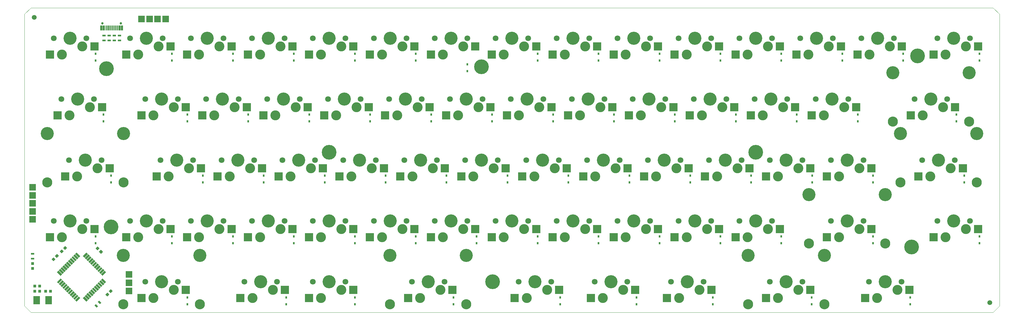
<source format=gbr>
%TF.GenerationSoftware,KiCad,Pcbnew,(5.1.4)-1*%
%TF.CreationDate,2020-07-12T16:14:56+02:00*%
%TF.ProjectId,zedekiel,7a656465-6b69-4656-9c2e-6b696361645f,rev?*%
%TF.SameCoordinates,Original*%
%TF.FileFunction,Soldermask,Bot*%
%TF.FilePolarity,Negative*%
%FSLAX46Y46*%
G04 Gerber Fmt 4.6, Leading zero omitted, Abs format (unit mm)*
G04 Created by KiCad (PCBNEW (5.1.4)-1) date 2020-07-12 16:14:56*
%MOMM*%
%LPD*%
G04 APERTURE LIST*
%ADD10C,0.050000*%
%ADD11C,1.500000*%
%ADD12R,2.650000X2.600000*%
%ADD13C,1.801800*%
%ADD14C,4.087800*%
%ADD15C,3.100000*%
%ADD16C,4.600000*%
%ADD17C,3.148000*%
%ADD18C,0.750000*%
%ADD19R,0.400000X1.550000*%
%ADD20R,0.700000X1.550000*%
%ADD21R,2.100000X2.500000*%
%ADD22R,0.900000X0.850000*%
%ADD23R,0.850000X0.900000*%
%ADD24C,0.850000*%
%ADD25C,0.100000*%
%ADD26R,0.550000X0.700000*%
%ADD27R,1.000000X0.600000*%
%ADD28C,0.600000*%
%ADD29C,0.650000*%
%ADD30R,2.100000X2.100000*%
G04 APERTURE END LIST*
D10*
X20400000Y-113400000D02*
X20400000Y-22400000D01*
X22400000Y-115400000D02*
X20400000Y-113400000D01*
X322400000Y-115400000D02*
X22400000Y-115400000D01*
X324400000Y-113400000D02*
X322400000Y-115400000D01*
X324400000Y-22400000D02*
X324400000Y-113400000D01*
X322400000Y-20400000D02*
X324400000Y-22400000D01*
X22400000Y-20400000D02*
X322400000Y-20400000D01*
X20400000Y-22400000D02*
X22400000Y-20400000D01*
D11*
%TO.C,REF\002A\002A*%
X321400000Y-112400000D03*
%TD*%
%TO.C,REF\002A\002A*%
X23400000Y-23400000D03*
%TD*%
D12*
%TO.C,K66*%
X317710000Y-32440000D03*
D13*
X315230000Y-29900000D03*
X305070000Y-29900000D03*
D14*
X310150000Y-29900000D03*
D15*
X313960000Y-32440000D03*
X307610000Y-34980000D03*
D12*
X303860000Y-34980000D03*
%TD*%
%TO.C,K28*%
X310585000Y-51440000D03*
D13*
X308105000Y-48900000D03*
X297945000Y-48900000D03*
D14*
X303025000Y-48900000D03*
D15*
X306835000Y-51440000D03*
X300485000Y-53980000D03*
D12*
X296735000Y-53980000D03*
%TD*%
%TO.C,K42*%
X312960000Y-70440000D03*
D13*
X310480000Y-67900000D03*
X300320000Y-67900000D03*
D14*
X305400000Y-67900000D03*
D15*
X309210000Y-70440000D03*
X302860000Y-72980000D03*
D12*
X299110000Y-72980000D03*
%TD*%
%TO.C,K56*%
X317710000Y-89440000D03*
D13*
X315230000Y-86900000D03*
X305070000Y-86900000D03*
D14*
X310150000Y-86900000D03*
D15*
X313960000Y-89440000D03*
X307610000Y-91980000D03*
D12*
X303860000Y-91980000D03*
%TD*%
%TO.C,K55*%
X284460000Y-89440000D03*
D13*
X281980000Y-86900000D03*
X271820000Y-86900000D03*
D14*
X276900000Y-86900000D03*
D15*
X280710000Y-89440000D03*
X274360000Y-91980000D03*
D12*
X270610000Y-91980000D03*
%TD*%
%TO.C,K65*%
X282485000Y-110980000D03*
D15*
X286235000Y-110980000D03*
X292585000Y-108440000D03*
D14*
X288775000Y-105900000D03*
D13*
X283695000Y-105900000D03*
X293855000Y-105900000D03*
D12*
X296335000Y-108440000D03*
%TD*%
%TO.C,K64*%
X265460000Y-108440000D03*
D13*
X262980000Y-105900000D03*
X252820000Y-105900000D03*
D14*
X257900000Y-105900000D03*
D15*
X261710000Y-108440000D03*
X255360000Y-110980000D03*
D12*
X251610000Y-110980000D03*
%TD*%
%TO.C,K63*%
X220735000Y-110980000D03*
D15*
X224485000Y-110980000D03*
X230835000Y-108440000D03*
D14*
X227025000Y-105900000D03*
D13*
X221945000Y-105900000D03*
X232105000Y-105900000D03*
D12*
X234585000Y-108440000D03*
%TD*%
%TO.C,K62*%
X196985000Y-110980000D03*
D15*
X200735000Y-110980000D03*
X207085000Y-108440000D03*
D14*
X203275000Y-105900000D03*
D13*
X198195000Y-105900000D03*
X208355000Y-105900000D03*
D12*
X210835000Y-108440000D03*
%TD*%
%TO.C,K61*%
X173235000Y-110980000D03*
D15*
X176985000Y-110980000D03*
X183335000Y-108440000D03*
D14*
X179525000Y-105900000D03*
D13*
X174445000Y-105900000D03*
X184605000Y-105900000D03*
D12*
X187085000Y-108440000D03*
%TD*%
%TO.C,K60*%
X153835000Y-108440000D03*
D13*
X151355000Y-105900000D03*
X141195000Y-105900000D03*
D14*
X146275000Y-105900000D03*
D15*
X150085000Y-108440000D03*
X143735000Y-110980000D03*
D12*
X139985000Y-110980000D03*
%TD*%
%TO.C,K58*%
X87735000Y-110980000D03*
D15*
X91485000Y-110980000D03*
X97835000Y-108440000D03*
D14*
X94025000Y-105900000D03*
D13*
X88945000Y-105900000D03*
X99105000Y-105900000D03*
D12*
X101585000Y-108440000D03*
%TD*%
%TO.C,K57*%
X70710000Y-108440000D03*
D13*
X68230000Y-105900000D03*
X58070000Y-105900000D03*
D14*
X63150000Y-105900000D03*
D15*
X66960000Y-108440000D03*
X60610000Y-110980000D03*
D12*
X56860000Y-110980000D03*
%TD*%
%TO.C,K43*%
X42210000Y-89440000D03*
D13*
X39730000Y-86900000D03*
X29570000Y-86900000D03*
D14*
X34650000Y-86900000D03*
D15*
X38460000Y-89440000D03*
X32110000Y-91980000D03*
D12*
X28360000Y-91980000D03*
%TD*%
%TO.C,K29*%
X46960000Y-70440000D03*
D13*
X44480000Y-67900000D03*
X34320000Y-67900000D03*
D14*
X39400000Y-67900000D03*
D15*
X43210000Y-70440000D03*
X36860000Y-72980000D03*
D12*
X33110000Y-72980000D03*
%TD*%
%TO.C,K15*%
X44585000Y-51440000D03*
D13*
X42105000Y-48900000D03*
X31945000Y-48900000D03*
D14*
X37025000Y-48900000D03*
D15*
X40835000Y-51440000D03*
X34485000Y-53980000D03*
D12*
X30735000Y-53980000D03*
%TD*%
%TO.C,K1*%
X42210000Y-32440000D03*
D13*
X39730000Y-29900000D03*
X29570000Y-29900000D03*
D14*
X34650000Y-29900000D03*
D15*
X38460000Y-32440000D03*
X32110000Y-34980000D03*
D12*
X28360000Y-34980000D03*
%TD*%
%TO.C,K40*%
X251610000Y-72980000D03*
D15*
X255360000Y-72980000D03*
X261710000Y-70440000D03*
D14*
X257900000Y-67900000D03*
D13*
X252820000Y-67900000D03*
X262980000Y-67900000D03*
D12*
X265460000Y-70440000D03*
%TD*%
%TO.C,K47*%
X109110000Y-91980000D03*
D15*
X112860000Y-91980000D03*
X119210000Y-89440000D03*
D14*
X115400000Y-86900000D03*
D13*
X110320000Y-86900000D03*
X120480000Y-86900000D03*
D12*
X122960000Y-89440000D03*
%TD*%
%TO.C,K37*%
X194610000Y-72980000D03*
D15*
X198360000Y-72980000D03*
X204710000Y-70440000D03*
D14*
X200900000Y-67900000D03*
D13*
X195820000Y-67900000D03*
X205980000Y-67900000D03*
D12*
X208460000Y-70440000D03*
%TD*%
%TO.C,K34*%
X137610000Y-72980000D03*
D15*
X141360000Y-72980000D03*
X147710000Y-70440000D03*
D14*
X143900000Y-67900000D03*
D13*
X138820000Y-67900000D03*
X148980000Y-67900000D03*
D12*
X151460000Y-70440000D03*
%TD*%
%TO.C,K32*%
X99610000Y-72980000D03*
D15*
X103360000Y-72980000D03*
X109710000Y-70440000D03*
D14*
X105900000Y-67900000D03*
D13*
X100820000Y-67900000D03*
X110980000Y-67900000D03*
D12*
X113460000Y-70440000D03*
%TD*%
%TO.C,K31*%
X80610000Y-72980000D03*
D15*
X84360000Y-72980000D03*
X90710000Y-70440000D03*
D14*
X86900000Y-67900000D03*
D13*
X81820000Y-67900000D03*
X91980000Y-67900000D03*
D12*
X94460000Y-70440000D03*
%TD*%
%TO.C,K59*%
X109110000Y-110980000D03*
D15*
X112860000Y-110980000D03*
X119210000Y-108440000D03*
D14*
X115400000Y-105900000D03*
D13*
X110320000Y-105900000D03*
X120480000Y-105900000D03*
D12*
X122960000Y-108440000D03*
%TD*%
%TO.C,K54*%
X242110000Y-91980000D03*
D15*
X245860000Y-91980000D03*
X252210000Y-89440000D03*
D14*
X248400000Y-86900000D03*
D13*
X243320000Y-86900000D03*
X253480000Y-86900000D03*
D12*
X255960000Y-89440000D03*
%TD*%
%TO.C,K53*%
X223110000Y-91980000D03*
D15*
X226860000Y-91980000D03*
X233210000Y-89440000D03*
D14*
X229400000Y-86900000D03*
D13*
X224320000Y-86900000D03*
X234480000Y-86900000D03*
D12*
X236960000Y-89440000D03*
%TD*%
%TO.C,K52*%
X204110000Y-91980000D03*
D15*
X207860000Y-91980000D03*
X214210000Y-89440000D03*
D14*
X210400000Y-86900000D03*
D13*
X205320000Y-86900000D03*
X215480000Y-86900000D03*
D12*
X217960000Y-89440000D03*
%TD*%
%TO.C,K51*%
X185110000Y-91980000D03*
D15*
X188860000Y-91980000D03*
X195210000Y-89440000D03*
D14*
X191400000Y-86900000D03*
D13*
X186320000Y-86900000D03*
X196480000Y-86900000D03*
D12*
X198960000Y-89440000D03*
%TD*%
%TO.C,K50*%
X166110000Y-91980000D03*
D15*
X169860000Y-91980000D03*
X176210000Y-89440000D03*
D14*
X172400000Y-86900000D03*
D13*
X167320000Y-86900000D03*
X177480000Y-86900000D03*
D12*
X179960000Y-89440000D03*
%TD*%
%TO.C,K49*%
X147110000Y-91980000D03*
D15*
X150860000Y-91980000D03*
X157210000Y-89440000D03*
D14*
X153400000Y-86900000D03*
D13*
X148320000Y-86900000D03*
X158480000Y-86900000D03*
D12*
X160960000Y-89440000D03*
%TD*%
%TO.C,K48*%
X128110000Y-91980000D03*
D15*
X131860000Y-91980000D03*
X138210000Y-89440000D03*
D14*
X134400000Y-86900000D03*
D13*
X129320000Y-86900000D03*
X139480000Y-86900000D03*
D12*
X141960000Y-89440000D03*
%TD*%
%TO.C,K46*%
X90110000Y-91980000D03*
D15*
X93860000Y-91980000D03*
X100210000Y-89440000D03*
D14*
X96400000Y-86900000D03*
D13*
X91320000Y-86900000D03*
X101480000Y-86900000D03*
D12*
X103960000Y-89440000D03*
%TD*%
%TO.C,K45*%
X71110000Y-91980000D03*
D15*
X74860000Y-91980000D03*
X81210000Y-89440000D03*
D14*
X77400000Y-86900000D03*
D13*
X72320000Y-86900000D03*
X82480000Y-86900000D03*
D12*
X84960000Y-89440000D03*
%TD*%
%TO.C,K44*%
X52110000Y-91980000D03*
D15*
X55860000Y-91980000D03*
X62210000Y-89440000D03*
D14*
X58400000Y-86900000D03*
D13*
X53320000Y-86900000D03*
X63480000Y-86900000D03*
D12*
X65960000Y-89440000D03*
%TD*%
%TO.C,K41*%
X270610000Y-72980000D03*
D15*
X274360000Y-72980000D03*
X280710000Y-70440000D03*
D14*
X276900000Y-67900000D03*
D13*
X271820000Y-67900000D03*
X281980000Y-67900000D03*
D12*
X284460000Y-70440000D03*
%TD*%
%TO.C,K39*%
X232610000Y-72980000D03*
D15*
X236360000Y-72980000D03*
X242710000Y-70440000D03*
D14*
X238900000Y-67900000D03*
D13*
X233820000Y-67900000D03*
X243980000Y-67900000D03*
D12*
X246460000Y-70440000D03*
%TD*%
%TO.C,K38*%
X213610000Y-72980000D03*
D15*
X217360000Y-72980000D03*
X223710000Y-70440000D03*
D14*
X219900000Y-67900000D03*
D13*
X214820000Y-67900000D03*
X224980000Y-67900000D03*
D12*
X227460000Y-70440000D03*
%TD*%
%TO.C,K36*%
X175610000Y-72980000D03*
D15*
X179360000Y-72980000D03*
X185710000Y-70440000D03*
D14*
X181900000Y-67900000D03*
D13*
X176820000Y-67900000D03*
X186980000Y-67900000D03*
D12*
X189460000Y-70440000D03*
%TD*%
%TO.C,K35*%
X156610000Y-72980000D03*
D15*
X160360000Y-72980000D03*
X166710000Y-70440000D03*
D14*
X162900000Y-67900000D03*
D13*
X157820000Y-67900000D03*
X167980000Y-67900000D03*
D12*
X170460000Y-70440000D03*
%TD*%
%TO.C,K33*%
X118610000Y-72980000D03*
D15*
X122360000Y-72980000D03*
X128710000Y-70440000D03*
D14*
X124900000Y-67900000D03*
D13*
X119820000Y-67900000D03*
X129980000Y-67900000D03*
D12*
X132460000Y-70440000D03*
%TD*%
%TO.C,K30*%
X61610000Y-72980000D03*
D15*
X65360000Y-72980000D03*
X71710000Y-70440000D03*
D14*
X67900000Y-67900000D03*
D13*
X62820000Y-67900000D03*
X72980000Y-67900000D03*
D12*
X75460000Y-70440000D03*
%TD*%
%TO.C,K27*%
X265860000Y-53980000D03*
D15*
X269610000Y-53980000D03*
X275960000Y-51440000D03*
D14*
X272150000Y-48900000D03*
D13*
X267070000Y-48900000D03*
X277230000Y-48900000D03*
D12*
X279710000Y-51440000D03*
%TD*%
%TO.C,K26*%
X246860000Y-53980000D03*
D15*
X250610000Y-53980000D03*
X256960000Y-51440000D03*
D14*
X253150000Y-48900000D03*
D13*
X248070000Y-48900000D03*
X258230000Y-48900000D03*
D12*
X260710000Y-51440000D03*
%TD*%
%TO.C,K25*%
X227860000Y-53980000D03*
D15*
X231610000Y-53980000D03*
X237960000Y-51440000D03*
D14*
X234150000Y-48900000D03*
D13*
X229070000Y-48900000D03*
X239230000Y-48900000D03*
D12*
X241710000Y-51440000D03*
%TD*%
%TO.C,K24*%
X208860000Y-53980000D03*
D15*
X212610000Y-53980000D03*
X218960000Y-51440000D03*
D14*
X215150000Y-48900000D03*
D13*
X210070000Y-48900000D03*
X220230000Y-48900000D03*
D12*
X222710000Y-51440000D03*
%TD*%
%TO.C,K23*%
X189860000Y-53980000D03*
D15*
X193610000Y-53980000D03*
X199960000Y-51440000D03*
D14*
X196150000Y-48900000D03*
D13*
X191070000Y-48900000D03*
X201230000Y-48900000D03*
D12*
X203710000Y-51440000D03*
%TD*%
%TO.C,K22*%
X170860000Y-53980000D03*
D15*
X174610000Y-53980000D03*
X180960000Y-51440000D03*
D14*
X177150000Y-48900000D03*
D13*
X172070000Y-48900000D03*
X182230000Y-48900000D03*
D12*
X184710000Y-51440000D03*
%TD*%
%TO.C,K21*%
X151860000Y-53980000D03*
D15*
X155610000Y-53980000D03*
X161960000Y-51440000D03*
D14*
X158150000Y-48900000D03*
D13*
X153070000Y-48900000D03*
X163230000Y-48900000D03*
D12*
X165710000Y-51440000D03*
%TD*%
%TO.C,K20*%
X132860000Y-53980000D03*
D15*
X136610000Y-53980000D03*
X142960000Y-51440000D03*
D14*
X139150000Y-48900000D03*
D13*
X134070000Y-48900000D03*
X144230000Y-48900000D03*
D12*
X146710000Y-51440000D03*
%TD*%
%TO.C,K19*%
X113860000Y-53980000D03*
D15*
X117610000Y-53980000D03*
X123960000Y-51440000D03*
D14*
X120150000Y-48900000D03*
D13*
X115070000Y-48900000D03*
X125230000Y-48900000D03*
D12*
X127710000Y-51440000D03*
%TD*%
%TO.C,K18*%
X94860000Y-53980000D03*
D15*
X98610000Y-53980000D03*
X104960000Y-51440000D03*
D14*
X101150000Y-48900000D03*
D13*
X96070000Y-48900000D03*
X106230000Y-48900000D03*
D12*
X108710000Y-51440000D03*
%TD*%
%TO.C,K17*%
X75860000Y-53980000D03*
D15*
X79610000Y-53980000D03*
X85960000Y-51440000D03*
D14*
X82150000Y-48900000D03*
D13*
X77070000Y-48900000D03*
X87230000Y-48900000D03*
D12*
X89710000Y-51440000D03*
%TD*%
%TO.C,K16*%
X56860000Y-53980000D03*
D15*
X60610000Y-53980000D03*
X66960000Y-51440000D03*
D14*
X63150000Y-48900000D03*
D13*
X58070000Y-48900000D03*
X68230000Y-48900000D03*
D12*
X70710000Y-51440000D03*
%TD*%
%TO.C,K14*%
X280110000Y-34980000D03*
D15*
X283860000Y-34980000D03*
X290210000Y-32440000D03*
D14*
X286400000Y-29900000D03*
D13*
X281320000Y-29900000D03*
X291480000Y-29900000D03*
D12*
X293960000Y-32440000D03*
%TD*%
%TO.C,K13*%
X261110000Y-34980000D03*
D15*
X264860000Y-34980000D03*
X271210000Y-32440000D03*
D14*
X267400000Y-29900000D03*
D13*
X262320000Y-29900000D03*
X272480000Y-29900000D03*
D12*
X274960000Y-32440000D03*
%TD*%
%TO.C,K12*%
X242110000Y-34980000D03*
D15*
X245860000Y-34980000D03*
X252210000Y-32440000D03*
D14*
X248400000Y-29900000D03*
D13*
X243320000Y-29900000D03*
X253480000Y-29900000D03*
D12*
X255960000Y-32440000D03*
%TD*%
%TO.C,K11*%
X223110000Y-34980000D03*
D15*
X226860000Y-34980000D03*
X233210000Y-32440000D03*
D14*
X229400000Y-29900000D03*
D13*
X224320000Y-29900000D03*
X234480000Y-29900000D03*
D12*
X236960000Y-32440000D03*
%TD*%
%TO.C,K10*%
X204110000Y-34980000D03*
D15*
X207860000Y-34980000D03*
X214210000Y-32440000D03*
D14*
X210400000Y-29900000D03*
D13*
X205320000Y-29900000D03*
X215480000Y-29900000D03*
D12*
X217960000Y-32440000D03*
%TD*%
%TO.C,K9*%
X185110000Y-34980000D03*
D15*
X188860000Y-34980000D03*
X195210000Y-32440000D03*
D14*
X191400000Y-29900000D03*
D13*
X186320000Y-29900000D03*
X196480000Y-29900000D03*
D12*
X198960000Y-32440000D03*
%TD*%
%TO.C,K8*%
X166110000Y-34980000D03*
D15*
X169860000Y-34980000D03*
X176210000Y-32440000D03*
D14*
X172400000Y-29900000D03*
D13*
X167320000Y-29900000D03*
X177480000Y-29900000D03*
D12*
X179960000Y-32440000D03*
%TD*%
%TO.C,K7*%
X147110000Y-34980000D03*
D15*
X150860000Y-34980000D03*
X157210000Y-32440000D03*
D14*
X153400000Y-29900000D03*
D13*
X148320000Y-29900000D03*
X158480000Y-29900000D03*
D12*
X160960000Y-32440000D03*
%TD*%
%TO.C,K6*%
X128110000Y-34980000D03*
D15*
X131860000Y-34980000D03*
X138210000Y-32440000D03*
D14*
X134400000Y-29900000D03*
D13*
X129320000Y-29900000D03*
X139480000Y-29900000D03*
D12*
X141960000Y-32440000D03*
%TD*%
%TO.C,K5*%
X109110000Y-34980000D03*
D15*
X112860000Y-34980000D03*
X119210000Y-32440000D03*
D14*
X115400000Y-29900000D03*
D13*
X110320000Y-29900000D03*
X120480000Y-29900000D03*
D12*
X122960000Y-32440000D03*
%TD*%
%TO.C,K4*%
X90110000Y-34980000D03*
D15*
X93860000Y-34980000D03*
X100210000Y-32440000D03*
D14*
X96400000Y-29900000D03*
D13*
X91320000Y-29900000D03*
X101480000Y-29900000D03*
D12*
X103960000Y-32440000D03*
%TD*%
%TO.C,K3*%
X71110000Y-34980000D03*
D15*
X74860000Y-34980000D03*
X81210000Y-32440000D03*
D14*
X77400000Y-29900000D03*
D13*
X72320000Y-29900000D03*
X82480000Y-29900000D03*
D12*
X84960000Y-32440000D03*
%TD*%
%TO.C,K2*%
X52110000Y-34980000D03*
D15*
X55860000Y-34980000D03*
X62210000Y-32440000D03*
D14*
X58400000Y-29900000D03*
D13*
X53320000Y-29900000D03*
X63480000Y-29900000D03*
D12*
X65960000Y-32440000D03*
%TD*%
D16*
%TO.C,REF\002A\002A*%
X297000000Y-95000000D03*
%TD*%
%TO.C,REF\002A\002A*%
X166400000Y-105900000D03*
%TD*%
%TO.C,REF\002A\002A*%
X248400000Y-65500000D03*
%TD*%
%TO.C,REF\002A\002A*%
X115400000Y-65500000D03*
%TD*%
%TO.C,REF\002A\002A*%
X47400000Y-88800000D03*
%TD*%
%TO.C,REF\002A\002A*%
X298900000Y-35400000D03*
%TD*%
%TO.C,REF\002A\002A*%
X162900000Y-38800000D03*
%TD*%
%TO.C,REF\002A\002A*%
X46000000Y-39400000D03*
%TD*%
D17*
%TO.C,REF\002A\002A*%
X51300000Y-74885000D03*
X27500000Y-74885000D03*
D14*
X51300000Y-59645000D03*
X27500000Y-59645000D03*
%TD*%
D17*
%TO.C,REF\002A\002A*%
X314925000Y-55885000D03*
X291125000Y-55885000D03*
D14*
X314925000Y-40645000D03*
X291125000Y-40645000D03*
%TD*%
D17*
%TO.C,REF\002A\002A*%
X317300000Y-74885000D03*
X293500000Y-74885000D03*
D14*
X317300000Y-59645000D03*
X293500000Y-59645000D03*
%TD*%
D17*
%TO.C,REF\002A\002A*%
X288800000Y-93885000D03*
X265000000Y-93885000D03*
D14*
X288800000Y-78645000D03*
X265000000Y-78645000D03*
%TD*%
D17*
%TO.C,REF\002A\002A*%
X269800000Y-112885000D03*
X246000000Y-112885000D03*
D14*
X269800000Y-97645000D03*
X246000000Y-97645000D03*
%TD*%
D17*
%TO.C,REF\002A\002A*%
X158175000Y-112885000D03*
X134375000Y-112885000D03*
D14*
X158175000Y-97645000D03*
X134375000Y-97645000D03*
%TD*%
D17*
%TO.C,REF\002A\002A*%
X75050000Y-112885000D03*
X51250000Y-112885000D03*
D14*
X75050000Y-97645000D03*
X51250000Y-97645000D03*
%TD*%
D18*
%TO.C,USB1*%
X44710000Y-25250000D03*
X50490000Y-25250000D03*
D19*
X47350000Y-26695000D03*
X47850000Y-26695000D03*
X48350000Y-26695000D03*
X46850000Y-26695000D03*
X48850000Y-26695000D03*
X46350000Y-26695000D03*
X49350000Y-26695000D03*
X45850000Y-26695000D03*
D20*
X45150000Y-26695000D03*
X50050000Y-26695000D03*
X44375000Y-26695000D03*
X50825000Y-26695000D03*
%TD*%
D21*
%TO.C,X1*%
X24200000Y-111625000D03*
X27900000Y-111625000D03*
%TD*%
D22*
%TO.C,C1*%
X25100000Y-107200000D03*
X23600000Y-107200000D03*
%TD*%
D23*
%TO.C,C8*%
X22900000Y-100200000D03*
X22900000Y-101700000D03*
%TD*%
D24*
%TO.C,C7*%
X43189340Y-95439340D03*
D25*
G36*
X42570622Y-95421662D02*
G01*
X43171662Y-94820622D01*
X43808058Y-95457018D01*
X43207018Y-96058058D01*
X42570622Y-95421662D01*
X42570622Y-95421662D01*
G37*
D24*
X44250000Y-96500000D03*
D25*
G36*
X43631282Y-96482322D02*
G01*
X44232322Y-95881282D01*
X44868718Y-96517678D01*
X44267678Y-97118718D01*
X43631282Y-96482322D01*
X43631282Y-96482322D01*
G37*
%TD*%
D24*
%TO.C,C6*%
X32029670Y-96380330D03*
D25*
G36*
X32011992Y-96999048D02*
G01*
X31410952Y-96398008D01*
X32047348Y-95761612D01*
X32648388Y-96362652D01*
X32011992Y-96999048D01*
X32011992Y-96999048D01*
G37*
D24*
X33090330Y-95319670D03*
D25*
G36*
X33072652Y-95938388D02*
G01*
X32471612Y-95337348D01*
X33108008Y-94700952D01*
X33709048Y-95301992D01*
X33072652Y-95938388D01*
X33072652Y-95938388D01*
G37*
%TD*%
D24*
%TO.C,C5*%
X47330330Y-108769670D03*
D25*
G36*
X47348008Y-108150952D02*
G01*
X47949048Y-108751992D01*
X47312652Y-109388388D01*
X46711612Y-108787348D01*
X47348008Y-108150952D01*
X47348008Y-108150952D01*
G37*
D24*
X46269670Y-109830330D03*
D25*
G36*
X46287348Y-109211612D02*
G01*
X46888388Y-109812652D01*
X46251992Y-110449048D01*
X45650952Y-109848008D01*
X46287348Y-109211612D01*
X46287348Y-109211612D01*
G37*
%TD*%
D24*
%TO.C,C4*%
X29439340Y-98860660D03*
D25*
G36*
X29421662Y-99479378D02*
G01*
X28820622Y-98878338D01*
X29457018Y-98241942D01*
X30058058Y-98842982D01*
X29421662Y-99479378D01*
X29421662Y-99479378D01*
G37*
D24*
X30500000Y-97800000D03*
D25*
G36*
X30482322Y-98418718D02*
G01*
X29881282Y-97817678D01*
X30517678Y-97181282D01*
X31118718Y-97782322D01*
X30482322Y-98418718D01*
X30482322Y-98418718D01*
G37*
%TD*%
D22*
%TO.C,C3*%
X25100000Y-108800000D03*
X23600000Y-108800000D03*
%TD*%
%TO.C,C2*%
X28500000Y-108800000D03*
X27000000Y-108800000D03*
%TD*%
D26*
%TO.C,D1*%
X42600000Y-36850000D03*
X42600000Y-34750000D03*
%TD*%
%TO.C,D26*%
X261200000Y-55850000D03*
X261200000Y-53750000D03*
%TD*%
%TO.C,D7*%
X158500000Y-40150000D03*
X158500000Y-38050000D03*
%TD*%
%TO.C,D66*%
X318200000Y-36850000D03*
X318200000Y-34750000D03*
%TD*%
%TO.C,D65*%
X296600000Y-112850000D03*
X296600000Y-110750000D03*
%TD*%
%TO.C,D64*%
X265800000Y-112850000D03*
X265800000Y-110750000D03*
%TD*%
%TO.C,D63*%
X235000000Y-112850000D03*
X235000000Y-110750000D03*
%TD*%
%TO.C,D62*%
X211200000Y-112850000D03*
X211200000Y-110750000D03*
%TD*%
%TO.C,D61*%
X187400000Y-112850000D03*
X187400000Y-110750000D03*
%TD*%
%TO.C,D60*%
X154200000Y-112850000D03*
X154200000Y-110750000D03*
%TD*%
%TO.C,D59*%
X123400000Y-112850000D03*
X123400000Y-110750000D03*
%TD*%
%TO.C,D58*%
X102000000Y-112850000D03*
X102000000Y-110750000D03*
%TD*%
%TO.C,D57*%
X71200000Y-112850000D03*
X71200000Y-110750000D03*
%TD*%
%TO.C,D56*%
X318200000Y-93850000D03*
X318200000Y-91750000D03*
%TD*%
%TO.C,D55*%
X285000000Y-93850000D03*
X285000000Y-91750000D03*
%TD*%
%TO.C,D54*%
X256400000Y-93850000D03*
X256400000Y-91750000D03*
%TD*%
%TO.C,D53*%
X237400000Y-93850000D03*
X237400000Y-91750000D03*
%TD*%
%TO.C,D52*%
X218400000Y-93850000D03*
X218400000Y-91750000D03*
%TD*%
%TO.C,D51*%
X199400000Y-93850000D03*
X199400000Y-91750000D03*
%TD*%
%TO.C,D50*%
X180400000Y-93850000D03*
X180400000Y-91750000D03*
%TD*%
%TO.C,D49*%
X161400000Y-93850000D03*
X161400000Y-91750000D03*
%TD*%
%TO.C,D48*%
X142400000Y-93850000D03*
X142400000Y-91750000D03*
%TD*%
%TO.C,D47*%
X123400000Y-93850000D03*
X123400000Y-91750000D03*
%TD*%
%TO.C,D46*%
X104400000Y-93850000D03*
X104400000Y-91750000D03*
%TD*%
%TO.C,D45*%
X85400000Y-93850000D03*
X85400000Y-91750000D03*
%TD*%
%TO.C,D44*%
X66400000Y-93850000D03*
X66400000Y-91750000D03*
%TD*%
%TO.C,D43*%
X42600000Y-93850000D03*
X42600000Y-91750000D03*
%TD*%
%TO.C,D42*%
X313400000Y-74850000D03*
X313400000Y-72750000D03*
%TD*%
%TO.C,D41*%
X285000000Y-74850000D03*
X285000000Y-72750000D03*
%TD*%
%TO.C,D40*%
X266000000Y-74850000D03*
X266000000Y-72750000D03*
%TD*%
%TO.C,D39*%
X247000000Y-74850000D03*
X247000000Y-72750000D03*
%TD*%
%TO.C,D38*%
X228000000Y-74850000D03*
X228000000Y-72750000D03*
%TD*%
%TO.C,D37*%
X209000000Y-74850000D03*
X209000000Y-72750000D03*
%TD*%
%TO.C,D36*%
X190000000Y-74850000D03*
X190000000Y-72750000D03*
%TD*%
%TO.C,D35*%
X171000000Y-74850000D03*
X171000000Y-72750000D03*
%TD*%
%TO.C,D34*%
X152000000Y-74850000D03*
X152000000Y-72750000D03*
%TD*%
%TO.C,D33*%
X133000000Y-74850000D03*
X133000000Y-72750000D03*
%TD*%
%TO.C,D32*%
X114000000Y-74850000D03*
X114000000Y-72750000D03*
%TD*%
%TO.C,D31*%
X95000000Y-74850000D03*
X95000000Y-72750000D03*
%TD*%
%TO.C,D30*%
X76000000Y-74850000D03*
X76000000Y-72750000D03*
%TD*%
%TO.C,D29*%
X47400000Y-74850000D03*
X47400000Y-72750000D03*
%TD*%
%TO.C,D28*%
X311000000Y-55850000D03*
X311000000Y-53750000D03*
%TD*%
%TO.C,D27*%
X280200000Y-55850000D03*
X280200000Y-53750000D03*
%TD*%
%TO.C,D25*%
X242200000Y-55850000D03*
X242200000Y-53750000D03*
%TD*%
%TO.C,D24*%
X223200000Y-55850000D03*
X223200000Y-53750000D03*
%TD*%
%TO.C,D23*%
X204200000Y-55850000D03*
X204200000Y-53750000D03*
%TD*%
%TO.C,D22*%
X185200000Y-55850000D03*
X185200000Y-53750000D03*
%TD*%
%TO.C,D21*%
X166200000Y-55850000D03*
X166200000Y-53750000D03*
%TD*%
%TO.C,D20*%
X147200000Y-55850000D03*
X147200000Y-53750000D03*
%TD*%
%TO.C,D19*%
X128200000Y-55850000D03*
X128200000Y-53750000D03*
%TD*%
%TO.C,D18*%
X109200000Y-55850000D03*
X109200000Y-53750000D03*
%TD*%
%TO.C,D17*%
X90200000Y-55850000D03*
X90200000Y-53750000D03*
%TD*%
%TO.C,D16*%
X71200000Y-55850000D03*
X71200000Y-53750000D03*
%TD*%
%TO.C,D15*%
X45000000Y-55850000D03*
X45000000Y-53750000D03*
%TD*%
%TO.C,D14*%
X294400000Y-36850000D03*
X294400000Y-34750000D03*
%TD*%
%TO.C,D13*%
X275400000Y-36850000D03*
X275400000Y-34750000D03*
%TD*%
%TO.C,D12*%
X256400000Y-36850000D03*
X256400000Y-34750000D03*
%TD*%
%TO.C,D11*%
X237400000Y-36850000D03*
X237400000Y-34750000D03*
%TD*%
%TO.C,D10*%
X218400000Y-36850000D03*
X218400000Y-34750000D03*
%TD*%
%TO.C,D9*%
X199400000Y-36850000D03*
X199400000Y-34750000D03*
%TD*%
%TO.C,D8*%
X180400000Y-36850000D03*
X180400000Y-34750000D03*
%TD*%
%TO.C,D6*%
X142400000Y-36850000D03*
X142400000Y-34750000D03*
%TD*%
%TO.C,D5*%
X123400000Y-36850000D03*
X123400000Y-34750000D03*
%TD*%
%TO.C,D4*%
X104400000Y-36850000D03*
X104400000Y-34750000D03*
%TD*%
%TO.C,D3*%
X85400000Y-36850000D03*
X85400000Y-34750000D03*
%TD*%
%TO.C,D2*%
X66400000Y-36850000D03*
X66400000Y-34750000D03*
%TD*%
D27*
%TO.C,R2*%
X45200000Y-30600000D03*
X45200000Y-29100000D03*
%TD*%
D28*
%TO.C,R6*%
X43830330Y-112269670D03*
D25*
G36*
X43971751Y-112835355D02*
G01*
X43264645Y-112128249D01*
X43688909Y-111703985D01*
X44396015Y-112411091D01*
X43971751Y-112835355D01*
X43971751Y-112835355D01*
G37*
D28*
X42769670Y-113330330D03*
D25*
G36*
X42911091Y-113896015D02*
G01*
X42203985Y-113188909D01*
X42628249Y-112764645D01*
X43335355Y-113471751D01*
X42911091Y-113896015D01*
X42911091Y-113896015D01*
G37*
%TD*%
D27*
%TO.C,R5*%
X46800000Y-29100000D03*
X46800000Y-30600000D03*
%TD*%
%TO.C,R4*%
X48400000Y-29100000D03*
X48400000Y-30600000D03*
%TD*%
%TO.C,R3*%
X50000000Y-30600000D03*
X50000000Y-29100000D03*
%TD*%
%TO.C,R1*%
X22900000Y-97150000D03*
X22900000Y-98650000D03*
%TD*%
D29*
%TO.C,U1*%
X31341064Y-105602082D03*
D25*
G36*
X31676940Y-104806587D02*
G01*
X32136559Y-105266206D01*
X31005188Y-106397577D01*
X30545569Y-105937958D01*
X31676940Y-104806587D01*
X31676940Y-104806587D01*
G37*
D29*
X31906750Y-106167767D03*
D25*
G36*
X32242626Y-105372272D02*
G01*
X32702245Y-105831891D01*
X31570874Y-106963262D01*
X31111255Y-106503643D01*
X32242626Y-105372272D01*
X32242626Y-105372272D01*
G37*
D29*
X32472435Y-106733452D03*
D25*
G36*
X32808311Y-105937957D02*
G01*
X33267930Y-106397576D01*
X32136559Y-107528947D01*
X31676940Y-107069328D01*
X32808311Y-105937957D01*
X32808311Y-105937957D01*
G37*
D29*
X33038120Y-107299138D03*
D25*
G36*
X33373996Y-106503643D02*
G01*
X33833615Y-106963262D01*
X32702244Y-108094633D01*
X32242625Y-107635014D01*
X33373996Y-106503643D01*
X33373996Y-106503643D01*
G37*
D29*
X33603806Y-107864823D03*
D25*
G36*
X33939682Y-107069328D02*
G01*
X34399301Y-107528947D01*
X33267930Y-108660318D01*
X32808311Y-108200699D01*
X33939682Y-107069328D01*
X33939682Y-107069328D01*
G37*
D29*
X34169491Y-108430509D03*
D25*
G36*
X34505367Y-107635014D02*
G01*
X34964986Y-108094633D01*
X33833615Y-109226004D01*
X33373996Y-108766385D01*
X34505367Y-107635014D01*
X34505367Y-107635014D01*
G37*
D29*
X34735177Y-108996194D03*
D25*
G36*
X35071053Y-108200699D02*
G01*
X35530672Y-108660318D01*
X34399301Y-109791689D01*
X33939682Y-109332070D01*
X35071053Y-108200699D01*
X35071053Y-108200699D01*
G37*
D29*
X35300862Y-109561880D03*
D25*
G36*
X35636738Y-108766385D02*
G01*
X36096357Y-109226004D01*
X34964986Y-110357375D01*
X34505367Y-109897756D01*
X35636738Y-108766385D01*
X35636738Y-108766385D01*
G37*
D29*
X35866548Y-110127565D03*
D25*
G36*
X36202424Y-109332070D02*
G01*
X36662043Y-109791689D01*
X35530672Y-110923060D01*
X35071053Y-110463441D01*
X36202424Y-109332070D01*
X36202424Y-109332070D01*
G37*
D29*
X36432233Y-110693250D03*
D25*
G36*
X36768109Y-109897755D02*
G01*
X37227728Y-110357374D01*
X36096357Y-111488745D01*
X35636738Y-111029126D01*
X36768109Y-109897755D01*
X36768109Y-109897755D01*
G37*
D29*
X36997918Y-111258936D03*
D25*
G36*
X37333794Y-110463441D02*
G01*
X37793413Y-110923060D01*
X36662042Y-112054431D01*
X36202423Y-111594812D01*
X37333794Y-110463441D01*
X37333794Y-110463441D01*
G37*
D29*
X39402082Y-111258936D03*
D25*
G36*
X38606587Y-110923060D02*
G01*
X39066206Y-110463441D01*
X40197577Y-111594812D01*
X39737958Y-112054431D01*
X38606587Y-110923060D01*
X38606587Y-110923060D01*
G37*
D29*
X39967767Y-110693250D03*
D25*
G36*
X39172272Y-110357374D02*
G01*
X39631891Y-109897755D01*
X40763262Y-111029126D01*
X40303643Y-111488745D01*
X39172272Y-110357374D01*
X39172272Y-110357374D01*
G37*
D29*
X40533452Y-110127565D03*
D25*
G36*
X39737957Y-109791689D02*
G01*
X40197576Y-109332070D01*
X41328947Y-110463441D01*
X40869328Y-110923060D01*
X39737957Y-109791689D01*
X39737957Y-109791689D01*
G37*
D29*
X41099138Y-109561880D03*
D25*
G36*
X40303643Y-109226004D02*
G01*
X40763262Y-108766385D01*
X41894633Y-109897756D01*
X41435014Y-110357375D01*
X40303643Y-109226004D01*
X40303643Y-109226004D01*
G37*
D29*
X41664823Y-108996194D03*
D25*
G36*
X40869328Y-108660318D02*
G01*
X41328947Y-108200699D01*
X42460318Y-109332070D01*
X42000699Y-109791689D01*
X40869328Y-108660318D01*
X40869328Y-108660318D01*
G37*
D29*
X42230509Y-108430509D03*
D25*
G36*
X41435014Y-108094633D02*
G01*
X41894633Y-107635014D01*
X43026004Y-108766385D01*
X42566385Y-109226004D01*
X41435014Y-108094633D01*
X41435014Y-108094633D01*
G37*
D29*
X42796194Y-107864823D03*
D25*
G36*
X42000699Y-107528947D02*
G01*
X42460318Y-107069328D01*
X43591689Y-108200699D01*
X43132070Y-108660318D01*
X42000699Y-107528947D01*
X42000699Y-107528947D01*
G37*
D29*
X43361880Y-107299138D03*
D25*
G36*
X42566385Y-106963262D02*
G01*
X43026004Y-106503643D01*
X44157375Y-107635014D01*
X43697756Y-108094633D01*
X42566385Y-106963262D01*
X42566385Y-106963262D01*
G37*
D29*
X43927565Y-106733452D03*
D25*
G36*
X43132070Y-106397576D02*
G01*
X43591689Y-105937957D01*
X44723060Y-107069328D01*
X44263441Y-107528947D01*
X43132070Y-106397576D01*
X43132070Y-106397576D01*
G37*
D29*
X44493250Y-106167767D03*
D25*
G36*
X43697755Y-105831891D02*
G01*
X44157374Y-105372272D01*
X45288745Y-106503643D01*
X44829126Y-106963262D01*
X43697755Y-105831891D01*
X43697755Y-105831891D01*
G37*
D29*
X45058936Y-105602082D03*
D25*
G36*
X44263441Y-105266206D02*
G01*
X44723060Y-104806587D01*
X45854431Y-105937958D01*
X45394812Y-106397577D01*
X44263441Y-105266206D01*
X44263441Y-105266206D01*
G37*
D29*
X45058936Y-103197918D03*
D25*
G36*
X45394812Y-102402423D02*
G01*
X45854431Y-102862042D01*
X44723060Y-103993413D01*
X44263441Y-103533794D01*
X45394812Y-102402423D01*
X45394812Y-102402423D01*
G37*
D29*
X44493250Y-102632233D03*
D25*
G36*
X44829126Y-101836738D02*
G01*
X45288745Y-102296357D01*
X44157374Y-103427728D01*
X43697755Y-102968109D01*
X44829126Y-101836738D01*
X44829126Y-101836738D01*
G37*
D29*
X43927565Y-102066548D03*
D25*
G36*
X44263441Y-101271053D02*
G01*
X44723060Y-101730672D01*
X43591689Y-102862043D01*
X43132070Y-102402424D01*
X44263441Y-101271053D01*
X44263441Y-101271053D01*
G37*
D29*
X43361880Y-101500862D03*
D25*
G36*
X43697756Y-100705367D02*
G01*
X44157375Y-101164986D01*
X43026004Y-102296357D01*
X42566385Y-101836738D01*
X43697756Y-100705367D01*
X43697756Y-100705367D01*
G37*
D29*
X42796194Y-100935177D03*
D25*
G36*
X43132070Y-100139682D02*
G01*
X43591689Y-100599301D01*
X42460318Y-101730672D01*
X42000699Y-101271053D01*
X43132070Y-100139682D01*
X43132070Y-100139682D01*
G37*
D29*
X42230509Y-100369491D03*
D25*
G36*
X42566385Y-99573996D02*
G01*
X43026004Y-100033615D01*
X41894633Y-101164986D01*
X41435014Y-100705367D01*
X42566385Y-99573996D01*
X42566385Y-99573996D01*
G37*
D29*
X41664823Y-99803806D03*
D25*
G36*
X42000699Y-99008311D02*
G01*
X42460318Y-99467930D01*
X41328947Y-100599301D01*
X40869328Y-100139682D01*
X42000699Y-99008311D01*
X42000699Y-99008311D01*
G37*
D29*
X41099138Y-99238120D03*
D25*
G36*
X41435014Y-98442625D02*
G01*
X41894633Y-98902244D01*
X40763262Y-100033615D01*
X40303643Y-99573996D01*
X41435014Y-98442625D01*
X41435014Y-98442625D01*
G37*
D29*
X40533452Y-98672435D03*
D25*
G36*
X40869328Y-97876940D02*
G01*
X41328947Y-98336559D01*
X40197576Y-99467930D01*
X39737957Y-99008311D01*
X40869328Y-97876940D01*
X40869328Y-97876940D01*
G37*
D29*
X39967767Y-98106750D03*
D25*
G36*
X40303643Y-97311255D02*
G01*
X40763262Y-97770874D01*
X39631891Y-98902245D01*
X39172272Y-98442626D01*
X40303643Y-97311255D01*
X40303643Y-97311255D01*
G37*
D29*
X39402082Y-97541064D03*
D25*
G36*
X39737958Y-96745569D02*
G01*
X40197577Y-97205188D01*
X39066206Y-98336559D01*
X38606587Y-97876940D01*
X39737958Y-96745569D01*
X39737958Y-96745569D01*
G37*
D29*
X36997918Y-97541064D03*
D25*
G36*
X36202423Y-97205188D02*
G01*
X36662042Y-96745569D01*
X37793413Y-97876940D01*
X37333794Y-98336559D01*
X36202423Y-97205188D01*
X36202423Y-97205188D01*
G37*
D29*
X36432233Y-98106750D03*
D25*
G36*
X35636738Y-97770874D02*
G01*
X36096357Y-97311255D01*
X37227728Y-98442626D01*
X36768109Y-98902245D01*
X35636738Y-97770874D01*
X35636738Y-97770874D01*
G37*
D29*
X35866548Y-98672435D03*
D25*
G36*
X35071053Y-98336559D02*
G01*
X35530672Y-97876940D01*
X36662043Y-99008311D01*
X36202424Y-99467930D01*
X35071053Y-98336559D01*
X35071053Y-98336559D01*
G37*
D29*
X35300862Y-99238120D03*
D25*
G36*
X34505367Y-98902244D02*
G01*
X34964986Y-98442625D01*
X36096357Y-99573996D01*
X35636738Y-100033615D01*
X34505367Y-98902244D01*
X34505367Y-98902244D01*
G37*
D29*
X34735177Y-99803806D03*
D25*
G36*
X33939682Y-99467930D02*
G01*
X34399301Y-99008311D01*
X35530672Y-100139682D01*
X35071053Y-100599301D01*
X33939682Y-99467930D01*
X33939682Y-99467930D01*
G37*
D29*
X34169491Y-100369491D03*
D25*
G36*
X33373996Y-100033615D02*
G01*
X33833615Y-99573996D01*
X34964986Y-100705367D01*
X34505367Y-101164986D01*
X33373996Y-100033615D01*
X33373996Y-100033615D01*
G37*
D29*
X33603806Y-100935177D03*
D25*
G36*
X32808311Y-100599301D02*
G01*
X33267930Y-100139682D01*
X34399301Y-101271053D01*
X33939682Y-101730672D01*
X32808311Y-100599301D01*
X32808311Y-100599301D01*
G37*
D29*
X33038120Y-101500862D03*
D25*
G36*
X32242625Y-101164986D02*
G01*
X32702244Y-100705367D01*
X33833615Y-101836738D01*
X33373996Y-102296357D01*
X32242625Y-101164986D01*
X32242625Y-101164986D01*
G37*
D29*
X32472435Y-102066548D03*
D25*
G36*
X31676940Y-101730672D02*
G01*
X32136559Y-101271053D01*
X33267930Y-102402424D01*
X32808311Y-102862043D01*
X31676940Y-101730672D01*
X31676940Y-101730672D01*
G37*
D29*
X31906750Y-102632233D03*
D25*
G36*
X31111255Y-102296357D02*
G01*
X31570874Y-101836738D01*
X32702245Y-102968109D01*
X32242626Y-103427728D01*
X31111255Y-102296357D01*
X31111255Y-102296357D01*
G37*
D29*
X31341064Y-103197918D03*
D25*
G36*
X30545569Y-102862042D02*
G01*
X31005188Y-102402423D01*
X32136559Y-103533794D01*
X31676940Y-103993413D01*
X30545569Y-102862042D01*
X30545569Y-102862042D01*
G37*
%TD*%
D30*
%TO.C,TP6*%
X22900000Y-76400000D03*
%TD*%
%TO.C,TP6*%
X22900000Y-78900000D03*
%TD*%
%TO.C,TP10*%
X22900000Y-86400000D03*
%TD*%
%TO.C,TP9*%
X22900000Y-83900000D03*
%TD*%
%TO.C,TP8*%
X22900000Y-81400000D03*
%TD*%
%TO.C,TP7*%
X53000000Y-108750000D03*
%TD*%
%TO.C,TP6*%
X53000000Y-103600000D03*
%TD*%
%TO.C,TP5*%
X53000000Y-106180000D03*
%TD*%
%TO.C,TP4*%
X64400000Y-23900000D03*
%TD*%
%TO.C,TP3*%
X61900000Y-23900000D03*
%TD*%
%TO.C,TP2*%
X59400000Y-23900000D03*
%TD*%
%TO.C,TP1*%
X56900000Y-23900000D03*
%TD*%
M02*

</source>
